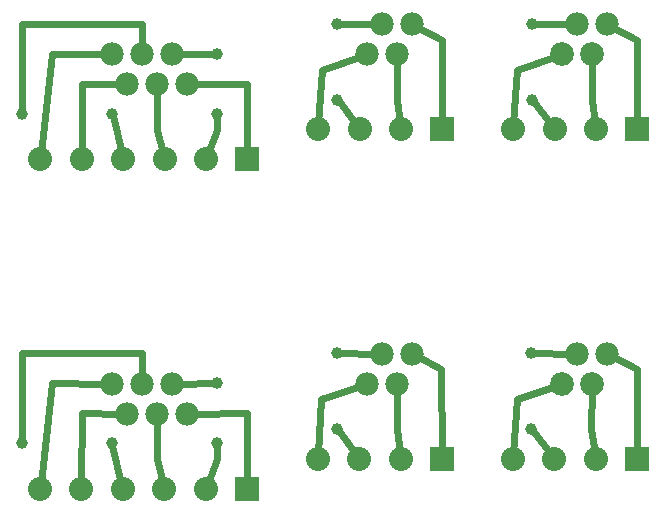
<source format=gbl>
G04 MADE WITH FRITZING*
G04 WWW.FRITZING.ORG*
G04 DOUBLE SIDED*
G04 HOLES PLATED*
G04 CONTOUR ON CENTER OF CONTOUR VECTOR*
%ASAXBY*%
%FSLAX23Y23*%
%MOIN*%
%OFA0B0*%
%SFA1.0B1.0*%
%ADD10C,0.078000*%
%ADD11C,0.079370*%
%ADD12C,0.080000*%
%ADD13C,0.039370*%
%ADD14R,0.080000X0.080000*%
%ADD15C,0.024000*%
%LNCOPPER0*%
G90*
G70*
G54D10*
X647Y559D03*
X547Y559D03*
X447Y559D03*
X648Y1658D03*
X548Y1658D03*
X448Y1658D03*
G54D11*
X2047Y559D03*
X1947Y559D03*
X2048Y1658D03*
X1948Y1658D03*
G54D10*
X2097Y659D03*
X1997Y659D03*
X2098Y1758D03*
X1998Y1758D03*
X1397Y559D03*
X1297Y559D03*
X1398Y1658D03*
X1298Y1658D03*
X1447Y659D03*
X1347Y659D03*
X1448Y1758D03*
X1348Y1758D03*
X697Y459D03*
X597Y459D03*
X497Y459D03*
X698Y1558D03*
X598Y1558D03*
X498Y1558D03*
G54D12*
X2197Y309D03*
X2060Y309D03*
X1922Y309D03*
X1784Y309D03*
X2198Y1408D03*
X2061Y1408D03*
X1923Y1408D03*
X1785Y1408D03*
X1547Y309D03*
X1410Y309D03*
X1272Y309D03*
X1134Y309D03*
X1548Y1408D03*
X1411Y1408D03*
X1273Y1408D03*
X1135Y1408D03*
X897Y209D03*
X760Y209D03*
X622Y209D03*
X484Y209D03*
X346Y209D03*
X208Y209D03*
X898Y1308D03*
X760Y1308D03*
X623Y1308D03*
X485Y1308D03*
X347Y1308D03*
X209Y1308D03*
G54D13*
X447Y360D03*
X448Y1458D03*
X147Y360D03*
X148Y1458D03*
X798Y360D03*
X799Y1458D03*
X798Y560D03*
X799Y1658D03*
X1846Y660D03*
X1847Y1758D03*
X1846Y408D03*
X1847Y1506D03*
X1198Y408D03*
X1199Y1506D03*
X1198Y660D03*
X1199Y1758D03*
G54D14*
X2197Y309D03*
X2198Y1408D03*
X1547Y309D03*
X1548Y1408D03*
X897Y209D03*
X898Y1308D03*
G54D15*
X247Y560D02*
X428Y559D01*
D02*
X248Y1658D02*
X429Y1658D01*
D02*
X211Y229D02*
X247Y560D01*
D02*
X211Y1328D02*
X248Y1658D01*
D02*
X347Y460D02*
X478Y459D01*
D02*
X348Y1558D02*
X479Y1558D01*
D02*
X346Y229D02*
X347Y460D01*
D02*
X347Y1328D02*
X348Y1558D01*
D02*
X147Y368D02*
X147Y660D01*
D02*
X148Y1466D02*
X148Y1758D01*
D02*
X147Y660D02*
X547Y660D01*
D02*
X148Y1758D02*
X548Y1758D01*
D02*
X547Y660D02*
X547Y578D01*
D02*
X548Y1758D02*
X548Y1677D01*
D02*
X479Y229D02*
X449Y352D01*
D02*
X480Y1327D02*
X450Y1451D01*
D02*
X599Y308D02*
X598Y440D01*
D02*
X599Y1406D02*
X598Y1539D01*
D02*
X617Y229D02*
X599Y308D01*
D02*
X618Y1327D02*
X599Y1406D01*
D02*
X898Y460D02*
X716Y459D01*
D02*
X899Y1558D02*
X717Y1558D01*
D02*
X897Y229D02*
X898Y460D01*
D02*
X898Y1328D02*
X899Y1558D01*
D02*
X791Y560D02*
X666Y559D01*
D02*
X791Y1658D02*
X667Y1658D01*
D02*
X798Y308D02*
X798Y352D01*
D02*
X799Y1406D02*
X799Y1450D01*
D02*
X767Y228D02*
X798Y308D01*
D02*
X768Y1327D02*
X799Y1406D01*
D02*
X1798Y508D02*
X1785Y329D01*
D02*
X1799Y1606D02*
X1786Y1428D01*
D02*
X1929Y553D02*
X1798Y508D01*
D02*
X1930Y1652D02*
X1799Y1606D01*
D02*
X1851Y402D02*
X1910Y325D01*
D02*
X1852Y1500D02*
X1911Y1424D01*
D02*
X1978Y659D02*
X1854Y660D01*
D02*
X1979Y1758D02*
X1855Y1758D01*
D02*
X2046Y408D02*
X2057Y329D01*
D02*
X2047Y1506D02*
X2058Y1428D01*
D02*
X2047Y540D02*
X2046Y408D01*
D02*
X2048Y1638D02*
X2047Y1506D01*
D02*
X2198Y551D02*
X2197Y329D01*
D02*
X2198Y608D02*
X2198Y551D01*
D02*
X2199Y1706D02*
X2198Y1428D01*
D02*
X2114Y651D02*
X2198Y608D01*
D02*
X2115Y1749D02*
X2199Y1706D01*
D02*
X1546Y608D02*
X1547Y329D01*
D02*
X1547Y1706D02*
X1548Y1428D01*
D02*
X1464Y651D02*
X1546Y608D01*
D02*
X1465Y1749D02*
X1547Y1706D01*
D02*
X1398Y408D02*
X1407Y329D01*
D02*
X1399Y1506D02*
X1408Y1428D01*
D02*
X1397Y540D02*
X1398Y408D01*
D02*
X1398Y1639D02*
X1399Y1506D01*
D02*
X1146Y508D02*
X1135Y329D01*
D02*
X1147Y1606D02*
X1136Y1428D01*
D02*
X1279Y553D02*
X1146Y508D01*
D02*
X1280Y1652D02*
X1147Y1606D01*
D02*
X1203Y402D02*
X1260Y325D01*
D02*
X1204Y1500D02*
X1261Y1424D01*
D02*
X1328Y659D02*
X1206Y660D01*
D02*
X1329Y1758D02*
X1207Y1758D01*
G04 End of Copper0*
M02*
</source>
